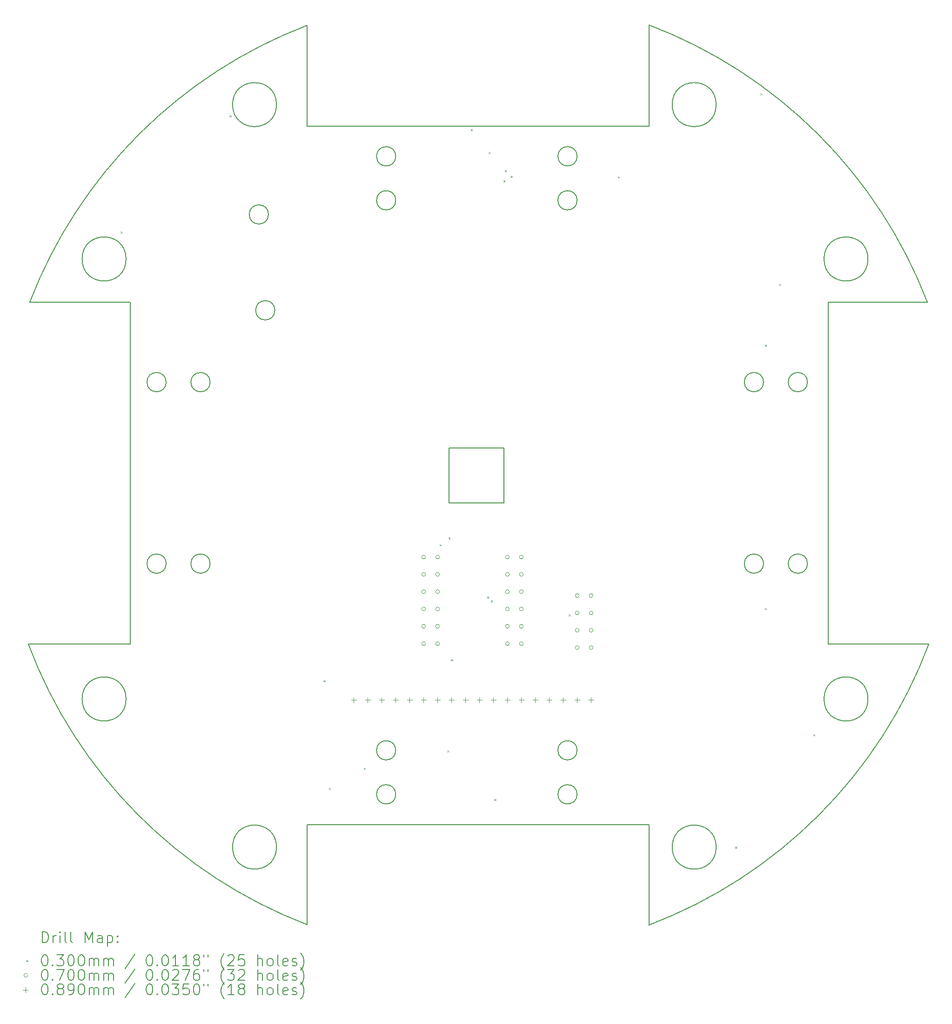
<source format=gbr>
%TF.GenerationSoftware,KiCad,Pcbnew,8.0.5*%
%TF.CreationDate,2024-11-19T19:18:47-05:00*%
%TF.ProjectId,line_sensor_pcb,6c696e65-5f73-4656-9e73-6f725f706362,rev?*%
%TF.SameCoordinates,Original*%
%TF.FileFunction,Drillmap*%
%TF.FilePolarity,Positive*%
%FSLAX45Y45*%
G04 Gerber Fmt 4.5, Leading zero omitted, Abs format (unit mm)*
G04 Created by KiCad (PCBNEW 8.0.5) date 2024-11-19 19:18:47*
%MOMM*%
%LPD*%
G01*
G04 APERTURE LIST*
%ADD10C,0.200000*%
%ADD11C,0.100000*%
G04 APERTURE END LIST*
D10*
X6773178Y-3029700D02*
X6773178Y-1194070D01*
X15875625Y-7681333D02*
G75*
G02*
X15525625Y-7681333I-175000J0D01*
G01*
X15525625Y-7681333D02*
G75*
G02*
X15875625Y-7681333I175000J0D01*
G01*
X3556000Y-12446000D02*
X1698761Y-12446000D01*
X12989478Y-3029700D02*
X6773178Y-3029700D01*
X5005626Y-10981333D02*
G75*
G02*
X4655626Y-10981333I-175000J0D01*
G01*
X4655626Y-10981333D02*
G75*
G02*
X5005626Y-10981333I175000J0D01*
G01*
X10351184Y-9878182D02*
X9351184Y-9878182D01*
X4205626Y-7681333D02*
G75*
G02*
X3855625Y-7681333I-175000J0D01*
G01*
X3855625Y-7681333D02*
G75*
G02*
X4205626Y-7681333I175000J0D01*
G01*
X1723213Y-6229700D02*
G75*
G02*
X6773178Y-1194070I8167058J-3140322D01*
G01*
X16256000Y-12446000D02*
X16256000Y-6229700D01*
X12989478Y-15729700D02*
X12989478Y-17552775D01*
X6213664Y-2635422D02*
G75*
G02*
X5413665Y-2635422I-400000J0D01*
G01*
X5413665Y-2635422D02*
G75*
G02*
X6213664Y-2635422I400000J0D01*
G01*
X6067552Y-4632216D02*
G75*
G02*
X5717552Y-4632216I-175000J0D01*
G01*
X5717552Y-4632216D02*
G75*
G02*
X6067552Y-4632216I175000J0D01*
G01*
X11683500Y-14375438D02*
G75*
G02*
X11333500Y-14375438I-175000J0D01*
G01*
X11333500Y-14375438D02*
G75*
G02*
X11683500Y-14375438I175000J0D01*
G01*
X11683500Y-3575438D02*
G75*
G02*
X11333500Y-3575438I-175000J0D01*
G01*
X11333500Y-3575438D02*
G75*
G02*
X11683500Y-3575438I175000J0D01*
G01*
X6773178Y-17545977D02*
X6773178Y-15729700D01*
X3476008Y-13442045D02*
G75*
G02*
X2676008Y-13442045I-400000J0D01*
G01*
X2676008Y-13442045D02*
G75*
G02*
X3476008Y-13442045I400000J0D01*
G01*
X10351184Y-8878182D02*
X10351184Y-9878182D01*
X14213664Y-2635422D02*
G75*
G02*
X13413664Y-2635422I-400000J0D01*
G01*
X13413664Y-2635422D02*
G75*
G02*
X14213664Y-2635422I400000J0D01*
G01*
X14213664Y-16135422D02*
G75*
G02*
X13413664Y-16135422I-400000J0D01*
G01*
X13413664Y-16135422D02*
G75*
G02*
X14213664Y-16135422I400000J0D01*
G01*
X15075625Y-10981333D02*
G75*
G02*
X14725625Y-10981333I-175000J0D01*
G01*
X14725625Y-10981333D02*
G75*
G02*
X15075625Y-10981333I175000J0D01*
G01*
X16256000Y-6229700D02*
X18057333Y-6229700D01*
X6773178Y-15729700D02*
X12989478Y-15729700D01*
X5005626Y-7681333D02*
G75*
G02*
X4655626Y-7681333I-175000J0D01*
G01*
X4655626Y-7681333D02*
G75*
G02*
X5005626Y-7681333I175000J0D01*
G01*
X18081785Y-12446000D02*
X16256000Y-12446000D01*
X18081785Y-12446000D02*
G75*
G02*
X12989478Y-17552775I-8191512J3075977D01*
G01*
X15875625Y-10981333D02*
G75*
G02*
X15525625Y-10981333I-175000J0D01*
G01*
X15525625Y-10981333D02*
G75*
G02*
X15875625Y-10981333I175000J0D01*
G01*
X12989478Y-1187272D02*
G75*
G02*
X18057333Y-6229700I-3099203J-8182750D01*
G01*
X8383500Y-14375438D02*
G75*
G02*
X8033500Y-14375438I-175000J0D01*
G01*
X8033500Y-14375438D02*
G75*
G02*
X8383500Y-14375438I175000J0D01*
G01*
X8383500Y-3575438D02*
G75*
G02*
X8033500Y-3575438I-175000J0D01*
G01*
X8033500Y-3575438D02*
G75*
G02*
X8383500Y-3575438I175000J0D01*
G01*
X3556000Y-6229700D02*
X3556000Y-12446000D01*
X8383500Y-15175438D02*
G75*
G02*
X8033500Y-15175438I-175000J0D01*
G01*
X8033500Y-15175438D02*
G75*
G02*
X8383500Y-15175438I175000J0D01*
G01*
X6213664Y-16135422D02*
G75*
G02*
X5413665Y-16135422I-400000J0D01*
G01*
X5413665Y-16135422D02*
G75*
G02*
X6213664Y-16135422I400000J0D01*
G01*
X4205626Y-10981333D02*
G75*
G02*
X3855625Y-10981333I-175000J0D01*
G01*
X3855625Y-10981333D02*
G75*
G02*
X4205626Y-10981333I175000J0D01*
G01*
X11683500Y-15175438D02*
G75*
G02*
X11333500Y-15175438I-175000J0D01*
G01*
X11333500Y-15175438D02*
G75*
G02*
X11683500Y-15175438I175000J0D01*
G01*
X12989478Y-1187272D02*
X12989478Y-3029700D01*
X11683500Y-4375438D02*
G75*
G02*
X11333500Y-4375438I-175000J0D01*
G01*
X11333500Y-4375438D02*
G75*
G02*
X11683500Y-4375438I175000J0D01*
G01*
X9351184Y-9878182D02*
X9351184Y-8878182D01*
X16976008Y-13442045D02*
G75*
G02*
X16176008Y-13442045I-400000J0D01*
G01*
X16176008Y-13442045D02*
G75*
G02*
X16976008Y-13442045I400000J0D01*
G01*
X6773178Y-17545977D02*
G75*
G02*
X1698761Y-12446000I3117091J8175950D01*
G01*
X16976008Y-5442045D02*
G75*
G02*
X16176008Y-5442045I-400000J0D01*
G01*
X16176008Y-5442045D02*
G75*
G02*
X16976008Y-5442045I400000J0D01*
G01*
X15075625Y-7681333D02*
G75*
G02*
X14725625Y-7681333I-175000J0D01*
G01*
X14725625Y-7681333D02*
G75*
G02*
X15075625Y-7681333I175000J0D01*
G01*
X6183500Y-6375438D02*
G75*
G02*
X5833500Y-6375438I-175000J0D01*
G01*
X5833500Y-6375438D02*
G75*
G02*
X6183500Y-6375438I175000J0D01*
G01*
X3476008Y-5442045D02*
G75*
G02*
X2676008Y-5442045I-400000J0D01*
G01*
X2676008Y-5442045D02*
G75*
G02*
X3476008Y-5442045I400000J0D01*
G01*
X1723213Y-6229700D02*
X3556000Y-6229700D01*
X8383500Y-4375438D02*
G75*
G02*
X8033500Y-4375438I-175000J0D01*
G01*
X8033500Y-4375438D02*
G75*
G02*
X8383500Y-4375438I175000J0D01*
G01*
X9351184Y-8878182D02*
X10351184Y-8878182D01*
D11*
X3378040Y-4943390D02*
X3408040Y-4973390D01*
X3408040Y-4943390D02*
X3378040Y-4973390D01*
X5356230Y-2830430D02*
X5386230Y-2860430D01*
X5386230Y-2830430D02*
X5356230Y-2860430D01*
X7070810Y-13100920D02*
X7100810Y-13130920D01*
X7100810Y-13100920D02*
X7070810Y-13130920D01*
X7166540Y-15055450D02*
X7196540Y-15085450D01*
X7196540Y-15055450D02*
X7166540Y-15085450D01*
X7802150Y-14694080D02*
X7832150Y-14724080D01*
X7832150Y-14694080D02*
X7802150Y-14724080D01*
X9180830Y-10630190D02*
X9210830Y-10660190D01*
X9210830Y-10630190D02*
X9180830Y-10660190D01*
X9321680Y-14377000D02*
X9351680Y-14407000D01*
X9351680Y-14377000D02*
X9321680Y-14407000D01*
X9339950Y-10507740D02*
X9369950Y-10537740D01*
X9369950Y-10507740D02*
X9339950Y-10537740D01*
X9388980Y-12719490D02*
X9418980Y-12749490D01*
X9418980Y-12719490D02*
X9388980Y-12749490D01*
X9746900Y-3081870D02*
X9776900Y-3111870D01*
X9776900Y-3081870D02*
X9746900Y-3111870D01*
X10043360Y-11581280D02*
X10073360Y-11611280D01*
X10073360Y-11581280D02*
X10043360Y-11611280D01*
X10074990Y-3495050D02*
X10104990Y-3525050D01*
X10104990Y-3495050D02*
X10074990Y-3525050D01*
X10113780Y-11648200D02*
X10143780Y-11678200D01*
X10143780Y-11648200D02*
X10113780Y-11678200D01*
X10173600Y-15261180D02*
X10203600Y-15291180D01*
X10203600Y-15261180D02*
X10173600Y-15291180D01*
X10340390Y-4010620D02*
X10370390Y-4040620D01*
X10370390Y-4010620D02*
X10340390Y-4040620D01*
X10368060Y-3827530D02*
X10398060Y-3857530D01*
X10398060Y-3827530D02*
X10368060Y-3857530D01*
X10471810Y-3932070D02*
X10501810Y-3962070D01*
X10501810Y-3932070D02*
X10471810Y-3962070D01*
X11529770Y-11903190D02*
X11559770Y-11933190D01*
X11559770Y-11903190D02*
X11529770Y-11933190D01*
X12422770Y-3939000D02*
X12452770Y-3969000D01*
X12452770Y-3939000D02*
X12422770Y-3969000D01*
X14557540Y-16127100D02*
X14587540Y-16157100D01*
X14587540Y-16127100D02*
X14557540Y-16157100D01*
X15020450Y-2427270D02*
X15050450Y-2457270D01*
X15050450Y-2427270D02*
X15020450Y-2457270D01*
X15098140Y-7003150D02*
X15128140Y-7033150D01*
X15128140Y-7003150D02*
X15098140Y-7033150D01*
X15098140Y-11789470D02*
X15128140Y-11819470D01*
X15128140Y-11789470D02*
X15098140Y-11819470D01*
X15357260Y-5893380D02*
X15387260Y-5923380D01*
X15387260Y-5893380D02*
X15357260Y-5923380D01*
X15977860Y-14082250D02*
X16007860Y-14112250D01*
X16007860Y-14082250D02*
X15977860Y-14112250D01*
X8925000Y-10861000D02*
G75*
G02*
X8855000Y-10861000I-35000J0D01*
G01*
X8855000Y-10861000D02*
G75*
G02*
X8925000Y-10861000I35000J0D01*
G01*
X8925000Y-11176000D02*
G75*
G02*
X8855000Y-11176000I-35000J0D01*
G01*
X8855000Y-11176000D02*
G75*
G02*
X8925000Y-11176000I35000J0D01*
G01*
X8925000Y-11491000D02*
G75*
G02*
X8855000Y-11491000I-35000J0D01*
G01*
X8855000Y-11491000D02*
G75*
G02*
X8925000Y-11491000I35000J0D01*
G01*
X8925000Y-11806000D02*
G75*
G02*
X8855000Y-11806000I-35000J0D01*
G01*
X8855000Y-11806000D02*
G75*
G02*
X8925000Y-11806000I35000J0D01*
G01*
X8925000Y-12121000D02*
G75*
G02*
X8855000Y-12121000I-35000J0D01*
G01*
X8855000Y-12121000D02*
G75*
G02*
X8925000Y-12121000I35000J0D01*
G01*
X8925000Y-12436000D02*
G75*
G02*
X8855000Y-12436000I-35000J0D01*
G01*
X8855000Y-12436000D02*
G75*
G02*
X8925000Y-12436000I35000J0D01*
G01*
X9179000Y-10861000D02*
G75*
G02*
X9109000Y-10861000I-35000J0D01*
G01*
X9109000Y-10861000D02*
G75*
G02*
X9179000Y-10861000I35000J0D01*
G01*
X9179000Y-11176000D02*
G75*
G02*
X9109000Y-11176000I-35000J0D01*
G01*
X9109000Y-11176000D02*
G75*
G02*
X9179000Y-11176000I35000J0D01*
G01*
X9179000Y-11491000D02*
G75*
G02*
X9109000Y-11491000I-35000J0D01*
G01*
X9109000Y-11491000D02*
G75*
G02*
X9179000Y-11491000I35000J0D01*
G01*
X9179000Y-11806000D02*
G75*
G02*
X9109000Y-11806000I-35000J0D01*
G01*
X9109000Y-11806000D02*
G75*
G02*
X9179000Y-11806000I35000J0D01*
G01*
X9179000Y-12121000D02*
G75*
G02*
X9109000Y-12121000I-35000J0D01*
G01*
X9109000Y-12121000D02*
G75*
G02*
X9179000Y-12121000I35000J0D01*
G01*
X9179000Y-12436000D02*
G75*
G02*
X9109000Y-12436000I-35000J0D01*
G01*
X9109000Y-12436000D02*
G75*
G02*
X9179000Y-12436000I35000J0D01*
G01*
X10449000Y-10861000D02*
G75*
G02*
X10379000Y-10861000I-35000J0D01*
G01*
X10379000Y-10861000D02*
G75*
G02*
X10449000Y-10861000I35000J0D01*
G01*
X10449000Y-11176000D02*
G75*
G02*
X10379000Y-11176000I-35000J0D01*
G01*
X10379000Y-11176000D02*
G75*
G02*
X10449000Y-11176000I35000J0D01*
G01*
X10449000Y-11491000D02*
G75*
G02*
X10379000Y-11491000I-35000J0D01*
G01*
X10379000Y-11491000D02*
G75*
G02*
X10449000Y-11491000I35000J0D01*
G01*
X10449000Y-11806000D02*
G75*
G02*
X10379000Y-11806000I-35000J0D01*
G01*
X10379000Y-11806000D02*
G75*
G02*
X10449000Y-11806000I35000J0D01*
G01*
X10449000Y-12121000D02*
G75*
G02*
X10379000Y-12121000I-35000J0D01*
G01*
X10379000Y-12121000D02*
G75*
G02*
X10449000Y-12121000I35000J0D01*
G01*
X10449000Y-12436000D02*
G75*
G02*
X10379000Y-12436000I-35000J0D01*
G01*
X10379000Y-12436000D02*
G75*
G02*
X10449000Y-12436000I35000J0D01*
G01*
X10703000Y-10861000D02*
G75*
G02*
X10633000Y-10861000I-35000J0D01*
G01*
X10633000Y-10861000D02*
G75*
G02*
X10703000Y-10861000I35000J0D01*
G01*
X10703000Y-11176000D02*
G75*
G02*
X10633000Y-11176000I-35000J0D01*
G01*
X10633000Y-11176000D02*
G75*
G02*
X10703000Y-11176000I35000J0D01*
G01*
X10703000Y-11491000D02*
G75*
G02*
X10633000Y-11491000I-35000J0D01*
G01*
X10633000Y-11491000D02*
G75*
G02*
X10703000Y-11491000I35000J0D01*
G01*
X10703000Y-11806000D02*
G75*
G02*
X10633000Y-11806000I-35000J0D01*
G01*
X10633000Y-11806000D02*
G75*
G02*
X10703000Y-11806000I35000J0D01*
G01*
X10703000Y-12121000D02*
G75*
G02*
X10633000Y-12121000I-35000J0D01*
G01*
X10633000Y-12121000D02*
G75*
G02*
X10703000Y-12121000I35000J0D01*
G01*
X10703000Y-12436000D02*
G75*
G02*
X10633000Y-12436000I-35000J0D01*
G01*
X10633000Y-12436000D02*
G75*
G02*
X10703000Y-12436000I35000J0D01*
G01*
X11719000Y-11562000D02*
G75*
G02*
X11649000Y-11562000I-35000J0D01*
G01*
X11649000Y-11562000D02*
G75*
G02*
X11719000Y-11562000I35000J0D01*
G01*
X11719000Y-11877000D02*
G75*
G02*
X11649000Y-11877000I-35000J0D01*
G01*
X11649000Y-11877000D02*
G75*
G02*
X11719000Y-11877000I35000J0D01*
G01*
X11719000Y-12192000D02*
G75*
G02*
X11649000Y-12192000I-35000J0D01*
G01*
X11649000Y-12192000D02*
G75*
G02*
X11719000Y-12192000I35000J0D01*
G01*
X11719000Y-12507000D02*
G75*
G02*
X11649000Y-12507000I-35000J0D01*
G01*
X11649000Y-12507000D02*
G75*
G02*
X11719000Y-12507000I35000J0D01*
G01*
X11973000Y-11562000D02*
G75*
G02*
X11903000Y-11562000I-35000J0D01*
G01*
X11903000Y-11562000D02*
G75*
G02*
X11973000Y-11562000I35000J0D01*
G01*
X11973000Y-11877000D02*
G75*
G02*
X11903000Y-11877000I-35000J0D01*
G01*
X11903000Y-11877000D02*
G75*
G02*
X11973000Y-11877000I35000J0D01*
G01*
X11973000Y-12192000D02*
G75*
G02*
X11903000Y-12192000I-35000J0D01*
G01*
X11903000Y-12192000D02*
G75*
G02*
X11973000Y-12192000I35000J0D01*
G01*
X11973000Y-12507000D02*
G75*
G02*
X11903000Y-12507000I-35000J0D01*
G01*
X11903000Y-12507000D02*
G75*
G02*
X11973000Y-12507000I35000J0D01*
G01*
X7620000Y-13417500D02*
X7620000Y-13506500D01*
X7575500Y-13462000D02*
X7664500Y-13462000D01*
X7874000Y-13417500D02*
X7874000Y-13506500D01*
X7829500Y-13462000D02*
X7918500Y-13462000D01*
X8128000Y-13417500D02*
X8128000Y-13506500D01*
X8083500Y-13462000D02*
X8172500Y-13462000D01*
X8382000Y-13417500D02*
X8382000Y-13506500D01*
X8337500Y-13462000D02*
X8426500Y-13462000D01*
X8636000Y-13417500D02*
X8636000Y-13506500D01*
X8591500Y-13462000D02*
X8680500Y-13462000D01*
X8890000Y-13417500D02*
X8890000Y-13506500D01*
X8845500Y-13462000D02*
X8934500Y-13462000D01*
X9144000Y-13417500D02*
X9144000Y-13506500D01*
X9099500Y-13462000D02*
X9188500Y-13462000D01*
X9398000Y-13417500D02*
X9398000Y-13506500D01*
X9353500Y-13462000D02*
X9442500Y-13462000D01*
X9652000Y-13417500D02*
X9652000Y-13506500D01*
X9607500Y-13462000D02*
X9696500Y-13462000D01*
X9906000Y-13417500D02*
X9906000Y-13506500D01*
X9861500Y-13462000D02*
X9950500Y-13462000D01*
X10160000Y-13417500D02*
X10160000Y-13506500D01*
X10115500Y-13462000D02*
X10204500Y-13462000D01*
X10414000Y-13417500D02*
X10414000Y-13506500D01*
X10369500Y-13462000D02*
X10458500Y-13462000D01*
X10668000Y-13417500D02*
X10668000Y-13506500D01*
X10623500Y-13462000D02*
X10712500Y-13462000D01*
X10922000Y-13417500D02*
X10922000Y-13506500D01*
X10877500Y-13462000D02*
X10966500Y-13462000D01*
X11176000Y-13417500D02*
X11176000Y-13506500D01*
X11131500Y-13462000D02*
X11220500Y-13462000D01*
X11430000Y-13417500D02*
X11430000Y-13506500D01*
X11385500Y-13462000D02*
X11474500Y-13462000D01*
X11684000Y-13417500D02*
X11684000Y-13506500D01*
X11639500Y-13462000D02*
X11728500Y-13462000D01*
X11938000Y-13417500D02*
X11938000Y-13506500D01*
X11893500Y-13462000D02*
X11982500Y-13462000D01*
D10*
X1949538Y-17874259D02*
X1949538Y-17674259D01*
X1949538Y-17674259D02*
X1997157Y-17674259D01*
X1997157Y-17674259D02*
X2025729Y-17683783D01*
X2025729Y-17683783D02*
X2044776Y-17702830D01*
X2044776Y-17702830D02*
X2054300Y-17721878D01*
X2054300Y-17721878D02*
X2063824Y-17759973D01*
X2063824Y-17759973D02*
X2063824Y-17788545D01*
X2063824Y-17788545D02*
X2054300Y-17826640D01*
X2054300Y-17826640D02*
X2044776Y-17845688D01*
X2044776Y-17845688D02*
X2025729Y-17864735D01*
X2025729Y-17864735D02*
X1997157Y-17874259D01*
X1997157Y-17874259D02*
X1949538Y-17874259D01*
X2149538Y-17874259D02*
X2149538Y-17740926D01*
X2149538Y-17779021D02*
X2159062Y-17759973D01*
X2159062Y-17759973D02*
X2168586Y-17750449D01*
X2168586Y-17750449D02*
X2187633Y-17740926D01*
X2187633Y-17740926D02*
X2206681Y-17740926D01*
X2273348Y-17874259D02*
X2273348Y-17740926D01*
X2273348Y-17674259D02*
X2263824Y-17683783D01*
X2263824Y-17683783D02*
X2273348Y-17693307D01*
X2273348Y-17693307D02*
X2282872Y-17683783D01*
X2282872Y-17683783D02*
X2273348Y-17674259D01*
X2273348Y-17674259D02*
X2273348Y-17693307D01*
X2397157Y-17874259D02*
X2378110Y-17864735D01*
X2378110Y-17864735D02*
X2368586Y-17845688D01*
X2368586Y-17845688D02*
X2368586Y-17674259D01*
X2501919Y-17874259D02*
X2482872Y-17864735D01*
X2482872Y-17864735D02*
X2473348Y-17845688D01*
X2473348Y-17845688D02*
X2473348Y-17674259D01*
X2730491Y-17874259D02*
X2730491Y-17674259D01*
X2730491Y-17674259D02*
X2797157Y-17817116D01*
X2797157Y-17817116D02*
X2863824Y-17674259D01*
X2863824Y-17674259D02*
X2863824Y-17874259D01*
X3044776Y-17874259D02*
X3044776Y-17769497D01*
X3044776Y-17769497D02*
X3035252Y-17750449D01*
X3035252Y-17750449D02*
X3016205Y-17740926D01*
X3016205Y-17740926D02*
X2978110Y-17740926D01*
X2978110Y-17740926D02*
X2959062Y-17750449D01*
X3044776Y-17864735D02*
X3025729Y-17874259D01*
X3025729Y-17874259D02*
X2978110Y-17874259D01*
X2978110Y-17874259D02*
X2959062Y-17864735D01*
X2959062Y-17864735D02*
X2949538Y-17845688D01*
X2949538Y-17845688D02*
X2949538Y-17826640D01*
X2949538Y-17826640D02*
X2959062Y-17807592D01*
X2959062Y-17807592D02*
X2978110Y-17798069D01*
X2978110Y-17798069D02*
X3025729Y-17798069D01*
X3025729Y-17798069D02*
X3044776Y-17788545D01*
X3140014Y-17740926D02*
X3140014Y-17940926D01*
X3140014Y-17750449D02*
X3159062Y-17740926D01*
X3159062Y-17740926D02*
X3197157Y-17740926D01*
X3197157Y-17740926D02*
X3216205Y-17750449D01*
X3216205Y-17750449D02*
X3225729Y-17759973D01*
X3225729Y-17759973D02*
X3235252Y-17779021D01*
X3235252Y-17779021D02*
X3235252Y-17836164D01*
X3235252Y-17836164D02*
X3225729Y-17855211D01*
X3225729Y-17855211D02*
X3216205Y-17864735D01*
X3216205Y-17864735D02*
X3197157Y-17874259D01*
X3197157Y-17874259D02*
X3159062Y-17874259D01*
X3159062Y-17874259D02*
X3140014Y-17864735D01*
X3320967Y-17855211D02*
X3330491Y-17864735D01*
X3330491Y-17864735D02*
X3320967Y-17874259D01*
X3320967Y-17874259D02*
X3311443Y-17864735D01*
X3311443Y-17864735D02*
X3320967Y-17855211D01*
X3320967Y-17855211D02*
X3320967Y-17874259D01*
X3320967Y-17750449D02*
X3330491Y-17759973D01*
X3330491Y-17759973D02*
X3320967Y-17769497D01*
X3320967Y-17769497D02*
X3311443Y-17759973D01*
X3311443Y-17759973D02*
X3320967Y-17750449D01*
X3320967Y-17750449D02*
X3320967Y-17769497D01*
D11*
X1658761Y-18187775D02*
X1688761Y-18217775D01*
X1688761Y-18187775D02*
X1658761Y-18217775D01*
D10*
X1987633Y-18094259D02*
X2006681Y-18094259D01*
X2006681Y-18094259D02*
X2025729Y-18103783D01*
X2025729Y-18103783D02*
X2035252Y-18113307D01*
X2035252Y-18113307D02*
X2044776Y-18132354D01*
X2044776Y-18132354D02*
X2054300Y-18170449D01*
X2054300Y-18170449D02*
X2054300Y-18218069D01*
X2054300Y-18218069D02*
X2044776Y-18256164D01*
X2044776Y-18256164D02*
X2035252Y-18275211D01*
X2035252Y-18275211D02*
X2025729Y-18284735D01*
X2025729Y-18284735D02*
X2006681Y-18294259D01*
X2006681Y-18294259D02*
X1987633Y-18294259D01*
X1987633Y-18294259D02*
X1968586Y-18284735D01*
X1968586Y-18284735D02*
X1959062Y-18275211D01*
X1959062Y-18275211D02*
X1949538Y-18256164D01*
X1949538Y-18256164D02*
X1940014Y-18218069D01*
X1940014Y-18218069D02*
X1940014Y-18170449D01*
X1940014Y-18170449D02*
X1949538Y-18132354D01*
X1949538Y-18132354D02*
X1959062Y-18113307D01*
X1959062Y-18113307D02*
X1968586Y-18103783D01*
X1968586Y-18103783D02*
X1987633Y-18094259D01*
X2140014Y-18275211D02*
X2149538Y-18284735D01*
X2149538Y-18284735D02*
X2140014Y-18294259D01*
X2140014Y-18294259D02*
X2130491Y-18284735D01*
X2130491Y-18284735D02*
X2140014Y-18275211D01*
X2140014Y-18275211D02*
X2140014Y-18294259D01*
X2216205Y-18094259D02*
X2340014Y-18094259D01*
X2340014Y-18094259D02*
X2273348Y-18170449D01*
X2273348Y-18170449D02*
X2301919Y-18170449D01*
X2301919Y-18170449D02*
X2320967Y-18179973D01*
X2320967Y-18179973D02*
X2330491Y-18189497D01*
X2330491Y-18189497D02*
X2340014Y-18208545D01*
X2340014Y-18208545D02*
X2340014Y-18256164D01*
X2340014Y-18256164D02*
X2330491Y-18275211D01*
X2330491Y-18275211D02*
X2320967Y-18284735D01*
X2320967Y-18284735D02*
X2301919Y-18294259D01*
X2301919Y-18294259D02*
X2244776Y-18294259D01*
X2244776Y-18294259D02*
X2225729Y-18284735D01*
X2225729Y-18284735D02*
X2216205Y-18275211D01*
X2463824Y-18094259D02*
X2482872Y-18094259D01*
X2482872Y-18094259D02*
X2501919Y-18103783D01*
X2501919Y-18103783D02*
X2511443Y-18113307D01*
X2511443Y-18113307D02*
X2520967Y-18132354D01*
X2520967Y-18132354D02*
X2530491Y-18170449D01*
X2530491Y-18170449D02*
X2530491Y-18218069D01*
X2530491Y-18218069D02*
X2520967Y-18256164D01*
X2520967Y-18256164D02*
X2511443Y-18275211D01*
X2511443Y-18275211D02*
X2501919Y-18284735D01*
X2501919Y-18284735D02*
X2482872Y-18294259D01*
X2482872Y-18294259D02*
X2463824Y-18294259D01*
X2463824Y-18294259D02*
X2444776Y-18284735D01*
X2444776Y-18284735D02*
X2435253Y-18275211D01*
X2435253Y-18275211D02*
X2425729Y-18256164D01*
X2425729Y-18256164D02*
X2416205Y-18218069D01*
X2416205Y-18218069D02*
X2416205Y-18170449D01*
X2416205Y-18170449D02*
X2425729Y-18132354D01*
X2425729Y-18132354D02*
X2435253Y-18113307D01*
X2435253Y-18113307D02*
X2444776Y-18103783D01*
X2444776Y-18103783D02*
X2463824Y-18094259D01*
X2654300Y-18094259D02*
X2673348Y-18094259D01*
X2673348Y-18094259D02*
X2692395Y-18103783D01*
X2692395Y-18103783D02*
X2701919Y-18113307D01*
X2701919Y-18113307D02*
X2711443Y-18132354D01*
X2711443Y-18132354D02*
X2720967Y-18170449D01*
X2720967Y-18170449D02*
X2720967Y-18218069D01*
X2720967Y-18218069D02*
X2711443Y-18256164D01*
X2711443Y-18256164D02*
X2701919Y-18275211D01*
X2701919Y-18275211D02*
X2692395Y-18284735D01*
X2692395Y-18284735D02*
X2673348Y-18294259D01*
X2673348Y-18294259D02*
X2654300Y-18294259D01*
X2654300Y-18294259D02*
X2635253Y-18284735D01*
X2635253Y-18284735D02*
X2625729Y-18275211D01*
X2625729Y-18275211D02*
X2616205Y-18256164D01*
X2616205Y-18256164D02*
X2606681Y-18218069D01*
X2606681Y-18218069D02*
X2606681Y-18170449D01*
X2606681Y-18170449D02*
X2616205Y-18132354D01*
X2616205Y-18132354D02*
X2625729Y-18113307D01*
X2625729Y-18113307D02*
X2635253Y-18103783D01*
X2635253Y-18103783D02*
X2654300Y-18094259D01*
X2806681Y-18294259D02*
X2806681Y-18160926D01*
X2806681Y-18179973D02*
X2816205Y-18170449D01*
X2816205Y-18170449D02*
X2835252Y-18160926D01*
X2835252Y-18160926D02*
X2863824Y-18160926D01*
X2863824Y-18160926D02*
X2882872Y-18170449D01*
X2882872Y-18170449D02*
X2892395Y-18189497D01*
X2892395Y-18189497D02*
X2892395Y-18294259D01*
X2892395Y-18189497D02*
X2901919Y-18170449D01*
X2901919Y-18170449D02*
X2920967Y-18160926D01*
X2920967Y-18160926D02*
X2949538Y-18160926D01*
X2949538Y-18160926D02*
X2968586Y-18170449D01*
X2968586Y-18170449D02*
X2978110Y-18189497D01*
X2978110Y-18189497D02*
X2978110Y-18294259D01*
X3073348Y-18294259D02*
X3073348Y-18160926D01*
X3073348Y-18179973D02*
X3082872Y-18170449D01*
X3082872Y-18170449D02*
X3101919Y-18160926D01*
X3101919Y-18160926D02*
X3130491Y-18160926D01*
X3130491Y-18160926D02*
X3149538Y-18170449D01*
X3149538Y-18170449D02*
X3159062Y-18189497D01*
X3159062Y-18189497D02*
X3159062Y-18294259D01*
X3159062Y-18189497D02*
X3168586Y-18170449D01*
X3168586Y-18170449D02*
X3187633Y-18160926D01*
X3187633Y-18160926D02*
X3216205Y-18160926D01*
X3216205Y-18160926D02*
X3235253Y-18170449D01*
X3235253Y-18170449D02*
X3244776Y-18189497D01*
X3244776Y-18189497D02*
X3244776Y-18294259D01*
X3635253Y-18084735D02*
X3463824Y-18341878D01*
X3892395Y-18094259D02*
X3911443Y-18094259D01*
X3911443Y-18094259D02*
X3930491Y-18103783D01*
X3930491Y-18103783D02*
X3940015Y-18113307D01*
X3940015Y-18113307D02*
X3949538Y-18132354D01*
X3949538Y-18132354D02*
X3959062Y-18170449D01*
X3959062Y-18170449D02*
X3959062Y-18218069D01*
X3959062Y-18218069D02*
X3949538Y-18256164D01*
X3949538Y-18256164D02*
X3940015Y-18275211D01*
X3940015Y-18275211D02*
X3930491Y-18284735D01*
X3930491Y-18284735D02*
X3911443Y-18294259D01*
X3911443Y-18294259D02*
X3892395Y-18294259D01*
X3892395Y-18294259D02*
X3873348Y-18284735D01*
X3873348Y-18284735D02*
X3863824Y-18275211D01*
X3863824Y-18275211D02*
X3854300Y-18256164D01*
X3854300Y-18256164D02*
X3844776Y-18218069D01*
X3844776Y-18218069D02*
X3844776Y-18170449D01*
X3844776Y-18170449D02*
X3854300Y-18132354D01*
X3854300Y-18132354D02*
X3863824Y-18113307D01*
X3863824Y-18113307D02*
X3873348Y-18103783D01*
X3873348Y-18103783D02*
X3892395Y-18094259D01*
X4044776Y-18275211D02*
X4054300Y-18284735D01*
X4054300Y-18284735D02*
X4044776Y-18294259D01*
X4044776Y-18294259D02*
X4035253Y-18284735D01*
X4035253Y-18284735D02*
X4044776Y-18275211D01*
X4044776Y-18275211D02*
X4044776Y-18294259D01*
X4178110Y-18094259D02*
X4197158Y-18094259D01*
X4197158Y-18094259D02*
X4216205Y-18103783D01*
X4216205Y-18103783D02*
X4225729Y-18113307D01*
X4225729Y-18113307D02*
X4235253Y-18132354D01*
X4235253Y-18132354D02*
X4244777Y-18170449D01*
X4244777Y-18170449D02*
X4244777Y-18218069D01*
X4244777Y-18218069D02*
X4235253Y-18256164D01*
X4235253Y-18256164D02*
X4225729Y-18275211D01*
X4225729Y-18275211D02*
X4216205Y-18284735D01*
X4216205Y-18284735D02*
X4197158Y-18294259D01*
X4197158Y-18294259D02*
X4178110Y-18294259D01*
X4178110Y-18294259D02*
X4159062Y-18284735D01*
X4159062Y-18284735D02*
X4149538Y-18275211D01*
X4149538Y-18275211D02*
X4140015Y-18256164D01*
X4140015Y-18256164D02*
X4130491Y-18218069D01*
X4130491Y-18218069D02*
X4130491Y-18170449D01*
X4130491Y-18170449D02*
X4140015Y-18132354D01*
X4140015Y-18132354D02*
X4149538Y-18113307D01*
X4149538Y-18113307D02*
X4159062Y-18103783D01*
X4159062Y-18103783D02*
X4178110Y-18094259D01*
X4435253Y-18294259D02*
X4320967Y-18294259D01*
X4378110Y-18294259D02*
X4378110Y-18094259D01*
X4378110Y-18094259D02*
X4359062Y-18122830D01*
X4359062Y-18122830D02*
X4340015Y-18141878D01*
X4340015Y-18141878D02*
X4320967Y-18151402D01*
X4625729Y-18294259D02*
X4511443Y-18294259D01*
X4568586Y-18294259D02*
X4568586Y-18094259D01*
X4568586Y-18094259D02*
X4549538Y-18122830D01*
X4549538Y-18122830D02*
X4530491Y-18141878D01*
X4530491Y-18141878D02*
X4511443Y-18151402D01*
X4740015Y-18179973D02*
X4720967Y-18170449D01*
X4720967Y-18170449D02*
X4711443Y-18160926D01*
X4711443Y-18160926D02*
X4701919Y-18141878D01*
X4701919Y-18141878D02*
X4701919Y-18132354D01*
X4701919Y-18132354D02*
X4711443Y-18113307D01*
X4711443Y-18113307D02*
X4720967Y-18103783D01*
X4720967Y-18103783D02*
X4740015Y-18094259D01*
X4740015Y-18094259D02*
X4778110Y-18094259D01*
X4778110Y-18094259D02*
X4797158Y-18103783D01*
X4797158Y-18103783D02*
X4806681Y-18113307D01*
X4806681Y-18113307D02*
X4816205Y-18132354D01*
X4816205Y-18132354D02*
X4816205Y-18141878D01*
X4816205Y-18141878D02*
X4806681Y-18160926D01*
X4806681Y-18160926D02*
X4797158Y-18170449D01*
X4797158Y-18170449D02*
X4778110Y-18179973D01*
X4778110Y-18179973D02*
X4740015Y-18179973D01*
X4740015Y-18179973D02*
X4720967Y-18189497D01*
X4720967Y-18189497D02*
X4711443Y-18199021D01*
X4711443Y-18199021D02*
X4701919Y-18218069D01*
X4701919Y-18218069D02*
X4701919Y-18256164D01*
X4701919Y-18256164D02*
X4711443Y-18275211D01*
X4711443Y-18275211D02*
X4720967Y-18284735D01*
X4720967Y-18284735D02*
X4740015Y-18294259D01*
X4740015Y-18294259D02*
X4778110Y-18294259D01*
X4778110Y-18294259D02*
X4797158Y-18284735D01*
X4797158Y-18284735D02*
X4806681Y-18275211D01*
X4806681Y-18275211D02*
X4816205Y-18256164D01*
X4816205Y-18256164D02*
X4816205Y-18218069D01*
X4816205Y-18218069D02*
X4806681Y-18199021D01*
X4806681Y-18199021D02*
X4797158Y-18189497D01*
X4797158Y-18189497D02*
X4778110Y-18179973D01*
X4892396Y-18094259D02*
X4892396Y-18132354D01*
X4968586Y-18094259D02*
X4968586Y-18132354D01*
X5263824Y-18370449D02*
X5254300Y-18360926D01*
X5254300Y-18360926D02*
X5235253Y-18332354D01*
X5235253Y-18332354D02*
X5225729Y-18313307D01*
X5225729Y-18313307D02*
X5216205Y-18284735D01*
X5216205Y-18284735D02*
X5206681Y-18237116D01*
X5206681Y-18237116D02*
X5206681Y-18199021D01*
X5206681Y-18199021D02*
X5216205Y-18151402D01*
X5216205Y-18151402D02*
X5225729Y-18122830D01*
X5225729Y-18122830D02*
X5235253Y-18103783D01*
X5235253Y-18103783D02*
X5254300Y-18075211D01*
X5254300Y-18075211D02*
X5263824Y-18065688D01*
X5330491Y-18113307D02*
X5340015Y-18103783D01*
X5340015Y-18103783D02*
X5359062Y-18094259D01*
X5359062Y-18094259D02*
X5406681Y-18094259D01*
X5406681Y-18094259D02*
X5425729Y-18103783D01*
X5425729Y-18103783D02*
X5435253Y-18113307D01*
X5435253Y-18113307D02*
X5444777Y-18132354D01*
X5444777Y-18132354D02*
X5444777Y-18151402D01*
X5444777Y-18151402D02*
X5435253Y-18179973D01*
X5435253Y-18179973D02*
X5320967Y-18294259D01*
X5320967Y-18294259D02*
X5444777Y-18294259D01*
X5625729Y-18094259D02*
X5530491Y-18094259D01*
X5530491Y-18094259D02*
X5520967Y-18189497D01*
X5520967Y-18189497D02*
X5530491Y-18179973D01*
X5530491Y-18179973D02*
X5549539Y-18170449D01*
X5549539Y-18170449D02*
X5597158Y-18170449D01*
X5597158Y-18170449D02*
X5616205Y-18179973D01*
X5616205Y-18179973D02*
X5625729Y-18189497D01*
X5625729Y-18189497D02*
X5635253Y-18208545D01*
X5635253Y-18208545D02*
X5635253Y-18256164D01*
X5635253Y-18256164D02*
X5625729Y-18275211D01*
X5625729Y-18275211D02*
X5616205Y-18284735D01*
X5616205Y-18284735D02*
X5597158Y-18294259D01*
X5597158Y-18294259D02*
X5549539Y-18294259D01*
X5549539Y-18294259D02*
X5530491Y-18284735D01*
X5530491Y-18284735D02*
X5520967Y-18275211D01*
X5873348Y-18294259D02*
X5873348Y-18094259D01*
X5959062Y-18294259D02*
X5959062Y-18189497D01*
X5959062Y-18189497D02*
X5949539Y-18170449D01*
X5949539Y-18170449D02*
X5930491Y-18160926D01*
X5930491Y-18160926D02*
X5901919Y-18160926D01*
X5901919Y-18160926D02*
X5882872Y-18170449D01*
X5882872Y-18170449D02*
X5873348Y-18179973D01*
X6082872Y-18294259D02*
X6063824Y-18284735D01*
X6063824Y-18284735D02*
X6054300Y-18275211D01*
X6054300Y-18275211D02*
X6044777Y-18256164D01*
X6044777Y-18256164D02*
X6044777Y-18199021D01*
X6044777Y-18199021D02*
X6054300Y-18179973D01*
X6054300Y-18179973D02*
X6063824Y-18170449D01*
X6063824Y-18170449D02*
X6082872Y-18160926D01*
X6082872Y-18160926D02*
X6111443Y-18160926D01*
X6111443Y-18160926D02*
X6130491Y-18170449D01*
X6130491Y-18170449D02*
X6140015Y-18179973D01*
X6140015Y-18179973D02*
X6149539Y-18199021D01*
X6149539Y-18199021D02*
X6149539Y-18256164D01*
X6149539Y-18256164D02*
X6140015Y-18275211D01*
X6140015Y-18275211D02*
X6130491Y-18284735D01*
X6130491Y-18284735D02*
X6111443Y-18294259D01*
X6111443Y-18294259D02*
X6082872Y-18294259D01*
X6263824Y-18294259D02*
X6244777Y-18284735D01*
X6244777Y-18284735D02*
X6235253Y-18265688D01*
X6235253Y-18265688D02*
X6235253Y-18094259D01*
X6416205Y-18284735D02*
X6397158Y-18294259D01*
X6397158Y-18294259D02*
X6359062Y-18294259D01*
X6359062Y-18294259D02*
X6340015Y-18284735D01*
X6340015Y-18284735D02*
X6330491Y-18265688D01*
X6330491Y-18265688D02*
X6330491Y-18189497D01*
X6330491Y-18189497D02*
X6340015Y-18170449D01*
X6340015Y-18170449D02*
X6359062Y-18160926D01*
X6359062Y-18160926D02*
X6397158Y-18160926D01*
X6397158Y-18160926D02*
X6416205Y-18170449D01*
X6416205Y-18170449D02*
X6425729Y-18189497D01*
X6425729Y-18189497D02*
X6425729Y-18208545D01*
X6425729Y-18208545D02*
X6330491Y-18227592D01*
X6501920Y-18284735D02*
X6520967Y-18294259D01*
X6520967Y-18294259D02*
X6559062Y-18294259D01*
X6559062Y-18294259D02*
X6578110Y-18284735D01*
X6578110Y-18284735D02*
X6587634Y-18265688D01*
X6587634Y-18265688D02*
X6587634Y-18256164D01*
X6587634Y-18256164D02*
X6578110Y-18237116D01*
X6578110Y-18237116D02*
X6559062Y-18227592D01*
X6559062Y-18227592D02*
X6530491Y-18227592D01*
X6530491Y-18227592D02*
X6511443Y-18218069D01*
X6511443Y-18218069D02*
X6501920Y-18199021D01*
X6501920Y-18199021D02*
X6501920Y-18189497D01*
X6501920Y-18189497D02*
X6511443Y-18170449D01*
X6511443Y-18170449D02*
X6530491Y-18160926D01*
X6530491Y-18160926D02*
X6559062Y-18160926D01*
X6559062Y-18160926D02*
X6578110Y-18170449D01*
X6654301Y-18370449D02*
X6663824Y-18360926D01*
X6663824Y-18360926D02*
X6682872Y-18332354D01*
X6682872Y-18332354D02*
X6692396Y-18313307D01*
X6692396Y-18313307D02*
X6701920Y-18284735D01*
X6701920Y-18284735D02*
X6711443Y-18237116D01*
X6711443Y-18237116D02*
X6711443Y-18199021D01*
X6711443Y-18199021D02*
X6701920Y-18151402D01*
X6701920Y-18151402D02*
X6692396Y-18122830D01*
X6692396Y-18122830D02*
X6682872Y-18103783D01*
X6682872Y-18103783D02*
X6663824Y-18075211D01*
X6663824Y-18075211D02*
X6654301Y-18065688D01*
D11*
X1688761Y-18466775D02*
G75*
G02*
X1618761Y-18466775I-35000J0D01*
G01*
X1618761Y-18466775D02*
G75*
G02*
X1688761Y-18466775I35000J0D01*
G01*
D10*
X1987633Y-18358259D02*
X2006681Y-18358259D01*
X2006681Y-18358259D02*
X2025729Y-18367783D01*
X2025729Y-18367783D02*
X2035252Y-18377307D01*
X2035252Y-18377307D02*
X2044776Y-18396354D01*
X2044776Y-18396354D02*
X2054300Y-18434449D01*
X2054300Y-18434449D02*
X2054300Y-18482069D01*
X2054300Y-18482069D02*
X2044776Y-18520164D01*
X2044776Y-18520164D02*
X2035252Y-18539211D01*
X2035252Y-18539211D02*
X2025729Y-18548735D01*
X2025729Y-18548735D02*
X2006681Y-18558259D01*
X2006681Y-18558259D02*
X1987633Y-18558259D01*
X1987633Y-18558259D02*
X1968586Y-18548735D01*
X1968586Y-18548735D02*
X1959062Y-18539211D01*
X1959062Y-18539211D02*
X1949538Y-18520164D01*
X1949538Y-18520164D02*
X1940014Y-18482069D01*
X1940014Y-18482069D02*
X1940014Y-18434449D01*
X1940014Y-18434449D02*
X1949538Y-18396354D01*
X1949538Y-18396354D02*
X1959062Y-18377307D01*
X1959062Y-18377307D02*
X1968586Y-18367783D01*
X1968586Y-18367783D02*
X1987633Y-18358259D01*
X2140014Y-18539211D02*
X2149538Y-18548735D01*
X2149538Y-18548735D02*
X2140014Y-18558259D01*
X2140014Y-18558259D02*
X2130491Y-18548735D01*
X2130491Y-18548735D02*
X2140014Y-18539211D01*
X2140014Y-18539211D02*
X2140014Y-18558259D01*
X2216205Y-18358259D02*
X2349538Y-18358259D01*
X2349538Y-18358259D02*
X2263824Y-18558259D01*
X2463824Y-18358259D02*
X2482872Y-18358259D01*
X2482872Y-18358259D02*
X2501919Y-18367783D01*
X2501919Y-18367783D02*
X2511443Y-18377307D01*
X2511443Y-18377307D02*
X2520967Y-18396354D01*
X2520967Y-18396354D02*
X2530491Y-18434449D01*
X2530491Y-18434449D02*
X2530491Y-18482069D01*
X2530491Y-18482069D02*
X2520967Y-18520164D01*
X2520967Y-18520164D02*
X2511443Y-18539211D01*
X2511443Y-18539211D02*
X2501919Y-18548735D01*
X2501919Y-18548735D02*
X2482872Y-18558259D01*
X2482872Y-18558259D02*
X2463824Y-18558259D01*
X2463824Y-18558259D02*
X2444776Y-18548735D01*
X2444776Y-18548735D02*
X2435253Y-18539211D01*
X2435253Y-18539211D02*
X2425729Y-18520164D01*
X2425729Y-18520164D02*
X2416205Y-18482069D01*
X2416205Y-18482069D02*
X2416205Y-18434449D01*
X2416205Y-18434449D02*
X2425729Y-18396354D01*
X2425729Y-18396354D02*
X2435253Y-18377307D01*
X2435253Y-18377307D02*
X2444776Y-18367783D01*
X2444776Y-18367783D02*
X2463824Y-18358259D01*
X2654300Y-18358259D02*
X2673348Y-18358259D01*
X2673348Y-18358259D02*
X2692395Y-18367783D01*
X2692395Y-18367783D02*
X2701919Y-18377307D01*
X2701919Y-18377307D02*
X2711443Y-18396354D01*
X2711443Y-18396354D02*
X2720967Y-18434449D01*
X2720967Y-18434449D02*
X2720967Y-18482069D01*
X2720967Y-18482069D02*
X2711443Y-18520164D01*
X2711443Y-18520164D02*
X2701919Y-18539211D01*
X2701919Y-18539211D02*
X2692395Y-18548735D01*
X2692395Y-18548735D02*
X2673348Y-18558259D01*
X2673348Y-18558259D02*
X2654300Y-18558259D01*
X2654300Y-18558259D02*
X2635253Y-18548735D01*
X2635253Y-18548735D02*
X2625729Y-18539211D01*
X2625729Y-18539211D02*
X2616205Y-18520164D01*
X2616205Y-18520164D02*
X2606681Y-18482069D01*
X2606681Y-18482069D02*
X2606681Y-18434449D01*
X2606681Y-18434449D02*
X2616205Y-18396354D01*
X2616205Y-18396354D02*
X2625729Y-18377307D01*
X2625729Y-18377307D02*
X2635253Y-18367783D01*
X2635253Y-18367783D02*
X2654300Y-18358259D01*
X2806681Y-18558259D02*
X2806681Y-18424926D01*
X2806681Y-18443973D02*
X2816205Y-18434449D01*
X2816205Y-18434449D02*
X2835252Y-18424926D01*
X2835252Y-18424926D02*
X2863824Y-18424926D01*
X2863824Y-18424926D02*
X2882872Y-18434449D01*
X2882872Y-18434449D02*
X2892395Y-18453497D01*
X2892395Y-18453497D02*
X2892395Y-18558259D01*
X2892395Y-18453497D02*
X2901919Y-18434449D01*
X2901919Y-18434449D02*
X2920967Y-18424926D01*
X2920967Y-18424926D02*
X2949538Y-18424926D01*
X2949538Y-18424926D02*
X2968586Y-18434449D01*
X2968586Y-18434449D02*
X2978110Y-18453497D01*
X2978110Y-18453497D02*
X2978110Y-18558259D01*
X3073348Y-18558259D02*
X3073348Y-18424926D01*
X3073348Y-18443973D02*
X3082872Y-18434449D01*
X3082872Y-18434449D02*
X3101919Y-18424926D01*
X3101919Y-18424926D02*
X3130491Y-18424926D01*
X3130491Y-18424926D02*
X3149538Y-18434449D01*
X3149538Y-18434449D02*
X3159062Y-18453497D01*
X3159062Y-18453497D02*
X3159062Y-18558259D01*
X3159062Y-18453497D02*
X3168586Y-18434449D01*
X3168586Y-18434449D02*
X3187633Y-18424926D01*
X3187633Y-18424926D02*
X3216205Y-18424926D01*
X3216205Y-18424926D02*
X3235253Y-18434449D01*
X3235253Y-18434449D02*
X3244776Y-18453497D01*
X3244776Y-18453497D02*
X3244776Y-18558259D01*
X3635253Y-18348735D02*
X3463824Y-18605878D01*
X3892395Y-18358259D02*
X3911443Y-18358259D01*
X3911443Y-18358259D02*
X3930491Y-18367783D01*
X3930491Y-18367783D02*
X3940015Y-18377307D01*
X3940015Y-18377307D02*
X3949538Y-18396354D01*
X3949538Y-18396354D02*
X3959062Y-18434449D01*
X3959062Y-18434449D02*
X3959062Y-18482069D01*
X3959062Y-18482069D02*
X3949538Y-18520164D01*
X3949538Y-18520164D02*
X3940015Y-18539211D01*
X3940015Y-18539211D02*
X3930491Y-18548735D01*
X3930491Y-18548735D02*
X3911443Y-18558259D01*
X3911443Y-18558259D02*
X3892395Y-18558259D01*
X3892395Y-18558259D02*
X3873348Y-18548735D01*
X3873348Y-18548735D02*
X3863824Y-18539211D01*
X3863824Y-18539211D02*
X3854300Y-18520164D01*
X3854300Y-18520164D02*
X3844776Y-18482069D01*
X3844776Y-18482069D02*
X3844776Y-18434449D01*
X3844776Y-18434449D02*
X3854300Y-18396354D01*
X3854300Y-18396354D02*
X3863824Y-18377307D01*
X3863824Y-18377307D02*
X3873348Y-18367783D01*
X3873348Y-18367783D02*
X3892395Y-18358259D01*
X4044776Y-18539211D02*
X4054300Y-18548735D01*
X4054300Y-18548735D02*
X4044776Y-18558259D01*
X4044776Y-18558259D02*
X4035253Y-18548735D01*
X4035253Y-18548735D02*
X4044776Y-18539211D01*
X4044776Y-18539211D02*
X4044776Y-18558259D01*
X4178110Y-18358259D02*
X4197158Y-18358259D01*
X4197158Y-18358259D02*
X4216205Y-18367783D01*
X4216205Y-18367783D02*
X4225729Y-18377307D01*
X4225729Y-18377307D02*
X4235253Y-18396354D01*
X4235253Y-18396354D02*
X4244777Y-18434449D01*
X4244777Y-18434449D02*
X4244777Y-18482069D01*
X4244777Y-18482069D02*
X4235253Y-18520164D01*
X4235253Y-18520164D02*
X4225729Y-18539211D01*
X4225729Y-18539211D02*
X4216205Y-18548735D01*
X4216205Y-18548735D02*
X4197158Y-18558259D01*
X4197158Y-18558259D02*
X4178110Y-18558259D01*
X4178110Y-18558259D02*
X4159062Y-18548735D01*
X4159062Y-18548735D02*
X4149538Y-18539211D01*
X4149538Y-18539211D02*
X4140015Y-18520164D01*
X4140015Y-18520164D02*
X4130491Y-18482069D01*
X4130491Y-18482069D02*
X4130491Y-18434449D01*
X4130491Y-18434449D02*
X4140015Y-18396354D01*
X4140015Y-18396354D02*
X4149538Y-18377307D01*
X4149538Y-18377307D02*
X4159062Y-18367783D01*
X4159062Y-18367783D02*
X4178110Y-18358259D01*
X4320967Y-18377307D02*
X4330491Y-18367783D01*
X4330491Y-18367783D02*
X4349538Y-18358259D01*
X4349538Y-18358259D02*
X4397158Y-18358259D01*
X4397158Y-18358259D02*
X4416205Y-18367783D01*
X4416205Y-18367783D02*
X4425729Y-18377307D01*
X4425729Y-18377307D02*
X4435253Y-18396354D01*
X4435253Y-18396354D02*
X4435253Y-18415402D01*
X4435253Y-18415402D02*
X4425729Y-18443973D01*
X4425729Y-18443973D02*
X4311443Y-18558259D01*
X4311443Y-18558259D02*
X4435253Y-18558259D01*
X4501919Y-18358259D02*
X4635253Y-18358259D01*
X4635253Y-18358259D02*
X4549538Y-18558259D01*
X4797158Y-18358259D02*
X4759062Y-18358259D01*
X4759062Y-18358259D02*
X4740015Y-18367783D01*
X4740015Y-18367783D02*
X4730491Y-18377307D01*
X4730491Y-18377307D02*
X4711443Y-18405878D01*
X4711443Y-18405878D02*
X4701919Y-18443973D01*
X4701919Y-18443973D02*
X4701919Y-18520164D01*
X4701919Y-18520164D02*
X4711443Y-18539211D01*
X4711443Y-18539211D02*
X4720967Y-18548735D01*
X4720967Y-18548735D02*
X4740015Y-18558259D01*
X4740015Y-18558259D02*
X4778110Y-18558259D01*
X4778110Y-18558259D02*
X4797158Y-18548735D01*
X4797158Y-18548735D02*
X4806681Y-18539211D01*
X4806681Y-18539211D02*
X4816205Y-18520164D01*
X4816205Y-18520164D02*
X4816205Y-18472545D01*
X4816205Y-18472545D02*
X4806681Y-18453497D01*
X4806681Y-18453497D02*
X4797158Y-18443973D01*
X4797158Y-18443973D02*
X4778110Y-18434449D01*
X4778110Y-18434449D02*
X4740015Y-18434449D01*
X4740015Y-18434449D02*
X4720967Y-18443973D01*
X4720967Y-18443973D02*
X4711443Y-18453497D01*
X4711443Y-18453497D02*
X4701919Y-18472545D01*
X4892396Y-18358259D02*
X4892396Y-18396354D01*
X4968586Y-18358259D02*
X4968586Y-18396354D01*
X5263824Y-18634449D02*
X5254300Y-18624926D01*
X5254300Y-18624926D02*
X5235253Y-18596354D01*
X5235253Y-18596354D02*
X5225729Y-18577307D01*
X5225729Y-18577307D02*
X5216205Y-18548735D01*
X5216205Y-18548735D02*
X5206681Y-18501116D01*
X5206681Y-18501116D02*
X5206681Y-18463021D01*
X5206681Y-18463021D02*
X5216205Y-18415402D01*
X5216205Y-18415402D02*
X5225729Y-18386830D01*
X5225729Y-18386830D02*
X5235253Y-18367783D01*
X5235253Y-18367783D02*
X5254300Y-18339211D01*
X5254300Y-18339211D02*
X5263824Y-18329688D01*
X5320967Y-18358259D02*
X5444777Y-18358259D01*
X5444777Y-18358259D02*
X5378110Y-18434449D01*
X5378110Y-18434449D02*
X5406681Y-18434449D01*
X5406681Y-18434449D02*
X5425729Y-18443973D01*
X5425729Y-18443973D02*
X5435253Y-18453497D01*
X5435253Y-18453497D02*
X5444777Y-18472545D01*
X5444777Y-18472545D02*
X5444777Y-18520164D01*
X5444777Y-18520164D02*
X5435253Y-18539211D01*
X5435253Y-18539211D02*
X5425729Y-18548735D01*
X5425729Y-18548735D02*
X5406681Y-18558259D01*
X5406681Y-18558259D02*
X5349539Y-18558259D01*
X5349539Y-18558259D02*
X5330491Y-18548735D01*
X5330491Y-18548735D02*
X5320967Y-18539211D01*
X5520967Y-18377307D02*
X5530491Y-18367783D01*
X5530491Y-18367783D02*
X5549539Y-18358259D01*
X5549539Y-18358259D02*
X5597158Y-18358259D01*
X5597158Y-18358259D02*
X5616205Y-18367783D01*
X5616205Y-18367783D02*
X5625729Y-18377307D01*
X5625729Y-18377307D02*
X5635253Y-18396354D01*
X5635253Y-18396354D02*
X5635253Y-18415402D01*
X5635253Y-18415402D02*
X5625729Y-18443973D01*
X5625729Y-18443973D02*
X5511443Y-18558259D01*
X5511443Y-18558259D02*
X5635253Y-18558259D01*
X5873348Y-18558259D02*
X5873348Y-18358259D01*
X5959062Y-18558259D02*
X5959062Y-18453497D01*
X5959062Y-18453497D02*
X5949539Y-18434449D01*
X5949539Y-18434449D02*
X5930491Y-18424926D01*
X5930491Y-18424926D02*
X5901919Y-18424926D01*
X5901919Y-18424926D02*
X5882872Y-18434449D01*
X5882872Y-18434449D02*
X5873348Y-18443973D01*
X6082872Y-18558259D02*
X6063824Y-18548735D01*
X6063824Y-18548735D02*
X6054300Y-18539211D01*
X6054300Y-18539211D02*
X6044777Y-18520164D01*
X6044777Y-18520164D02*
X6044777Y-18463021D01*
X6044777Y-18463021D02*
X6054300Y-18443973D01*
X6054300Y-18443973D02*
X6063824Y-18434449D01*
X6063824Y-18434449D02*
X6082872Y-18424926D01*
X6082872Y-18424926D02*
X6111443Y-18424926D01*
X6111443Y-18424926D02*
X6130491Y-18434449D01*
X6130491Y-18434449D02*
X6140015Y-18443973D01*
X6140015Y-18443973D02*
X6149539Y-18463021D01*
X6149539Y-18463021D02*
X6149539Y-18520164D01*
X6149539Y-18520164D02*
X6140015Y-18539211D01*
X6140015Y-18539211D02*
X6130491Y-18548735D01*
X6130491Y-18548735D02*
X6111443Y-18558259D01*
X6111443Y-18558259D02*
X6082872Y-18558259D01*
X6263824Y-18558259D02*
X6244777Y-18548735D01*
X6244777Y-18548735D02*
X6235253Y-18529688D01*
X6235253Y-18529688D02*
X6235253Y-18358259D01*
X6416205Y-18548735D02*
X6397158Y-18558259D01*
X6397158Y-18558259D02*
X6359062Y-18558259D01*
X6359062Y-18558259D02*
X6340015Y-18548735D01*
X6340015Y-18548735D02*
X6330491Y-18529688D01*
X6330491Y-18529688D02*
X6330491Y-18453497D01*
X6330491Y-18453497D02*
X6340015Y-18434449D01*
X6340015Y-18434449D02*
X6359062Y-18424926D01*
X6359062Y-18424926D02*
X6397158Y-18424926D01*
X6397158Y-18424926D02*
X6416205Y-18434449D01*
X6416205Y-18434449D02*
X6425729Y-18453497D01*
X6425729Y-18453497D02*
X6425729Y-18472545D01*
X6425729Y-18472545D02*
X6330491Y-18491592D01*
X6501920Y-18548735D02*
X6520967Y-18558259D01*
X6520967Y-18558259D02*
X6559062Y-18558259D01*
X6559062Y-18558259D02*
X6578110Y-18548735D01*
X6578110Y-18548735D02*
X6587634Y-18529688D01*
X6587634Y-18529688D02*
X6587634Y-18520164D01*
X6587634Y-18520164D02*
X6578110Y-18501116D01*
X6578110Y-18501116D02*
X6559062Y-18491592D01*
X6559062Y-18491592D02*
X6530491Y-18491592D01*
X6530491Y-18491592D02*
X6511443Y-18482069D01*
X6511443Y-18482069D02*
X6501920Y-18463021D01*
X6501920Y-18463021D02*
X6501920Y-18453497D01*
X6501920Y-18453497D02*
X6511443Y-18434449D01*
X6511443Y-18434449D02*
X6530491Y-18424926D01*
X6530491Y-18424926D02*
X6559062Y-18424926D01*
X6559062Y-18424926D02*
X6578110Y-18434449D01*
X6654301Y-18634449D02*
X6663824Y-18624926D01*
X6663824Y-18624926D02*
X6682872Y-18596354D01*
X6682872Y-18596354D02*
X6692396Y-18577307D01*
X6692396Y-18577307D02*
X6701920Y-18548735D01*
X6701920Y-18548735D02*
X6711443Y-18501116D01*
X6711443Y-18501116D02*
X6711443Y-18463021D01*
X6711443Y-18463021D02*
X6701920Y-18415402D01*
X6701920Y-18415402D02*
X6692396Y-18386830D01*
X6692396Y-18386830D02*
X6682872Y-18367783D01*
X6682872Y-18367783D02*
X6663824Y-18339211D01*
X6663824Y-18339211D02*
X6654301Y-18329688D01*
D11*
X1644261Y-18686275D02*
X1644261Y-18775275D01*
X1599761Y-18730775D02*
X1688761Y-18730775D01*
D10*
X1987633Y-18622259D02*
X2006681Y-18622259D01*
X2006681Y-18622259D02*
X2025729Y-18631783D01*
X2025729Y-18631783D02*
X2035252Y-18641307D01*
X2035252Y-18641307D02*
X2044776Y-18660354D01*
X2044776Y-18660354D02*
X2054300Y-18698449D01*
X2054300Y-18698449D02*
X2054300Y-18746069D01*
X2054300Y-18746069D02*
X2044776Y-18784164D01*
X2044776Y-18784164D02*
X2035252Y-18803211D01*
X2035252Y-18803211D02*
X2025729Y-18812735D01*
X2025729Y-18812735D02*
X2006681Y-18822259D01*
X2006681Y-18822259D02*
X1987633Y-18822259D01*
X1987633Y-18822259D02*
X1968586Y-18812735D01*
X1968586Y-18812735D02*
X1959062Y-18803211D01*
X1959062Y-18803211D02*
X1949538Y-18784164D01*
X1949538Y-18784164D02*
X1940014Y-18746069D01*
X1940014Y-18746069D02*
X1940014Y-18698449D01*
X1940014Y-18698449D02*
X1949538Y-18660354D01*
X1949538Y-18660354D02*
X1959062Y-18641307D01*
X1959062Y-18641307D02*
X1968586Y-18631783D01*
X1968586Y-18631783D02*
X1987633Y-18622259D01*
X2140014Y-18803211D02*
X2149538Y-18812735D01*
X2149538Y-18812735D02*
X2140014Y-18822259D01*
X2140014Y-18822259D02*
X2130491Y-18812735D01*
X2130491Y-18812735D02*
X2140014Y-18803211D01*
X2140014Y-18803211D02*
X2140014Y-18822259D01*
X2263824Y-18707973D02*
X2244776Y-18698449D01*
X2244776Y-18698449D02*
X2235253Y-18688926D01*
X2235253Y-18688926D02*
X2225729Y-18669878D01*
X2225729Y-18669878D02*
X2225729Y-18660354D01*
X2225729Y-18660354D02*
X2235253Y-18641307D01*
X2235253Y-18641307D02*
X2244776Y-18631783D01*
X2244776Y-18631783D02*
X2263824Y-18622259D01*
X2263824Y-18622259D02*
X2301919Y-18622259D01*
X2301919Y-18622259D02*
X2320967Y-18631783D01*
X2320967Y-18631783D02*
X2330491Y-18641307D01*
X2330491Y-18641307D02*
X2340014Y-18660354D01*
X2340014Y-18660354D02*
X2340014Y-18669878D01*
X2340014Y-18669878D02*
X2330491Y-18688926D01*
X2330491Y-18688926D02*
X2320967Y-18698449D01*
X2320967Y-18698449D02*
X2301919Y-18707973D01*
X2301919Y-18707973D02*
X2263824Y-18707973D01*
X2263824Y-18707973D02*
X2244776Y-18717497D01*
X2244776Y-18717497D02*
X2235253Y-18727021D01*
X2235253Y-18727021D02*
X2225729Y-18746069D01*
X2225729Y-18746069D02*
X2225729Y-18784164D01*
X2225729Y-18784164D02*
X2235253Y-18803211D01*
X2235253Y-18803211D02*
X2244776Y-18812735D01*
X2244776Y-18812735D02*
X2263824Y-18822259D01*
X2263824Y-18822259D02*
X2301919Y-18822259D01*
X2301919Y-18822259D02*
X2320967Y-18812735D01*
X2320967Y-18812735D02*
X2330491Y-18803211D01*
X2330491Y-18803211D02*
X2340014Y-18784164D01*
X2340014Y-18784164D02*
X2340014Y-18746069D01*
X2340014Y-18746069D02*
X2330491Y-18727021D01*
X2330491Y-18727021D02*
X2320967Y-18717497D01*
X2320967Y-18717497D02*
X2301919Y-18707973D01*
X2435253Y-18822259D02*
X2473348Y-18822259D01*
X2473348Y-18822259D02*
X2492395Y-18812735D01*
X2492395Y-18812735D02*
X2501919Y-18803211D01*
X2501919Y-18803211D02*
X2520967Y-18774640D01*
X2520967Y-18774640D02*
X2530491Y-18736545D01*
X2530491Y-18736545D02*
X2530491Y-18660354D01*
X2530491Y-18660354D02*
X2520967Y-18641307D01*
X2520967Y-18641307D02*
X2511443Y-18631783D01*
X2511443Y-18631783D02*
X2492395Y-18622259D01*
X2492395Y-18622259D02*
X2454300Y-18622259D01*
X2454300Y-18622259D02*
X2435253Y-18631783D01*
X2435253Y-18631783D02*
X2425729Y-18641307D01*
X2425729Y-18641307D02*
X2416205Y-18660354D01*
X2416205Y-18660354D02*
X2416205Y-18707973D01*
X2416205Y-18707973D02*
X2425729Y-18727021D01*
X2425729Y-18727021D02*
X2435253Y-18736545D01*
X2435253Y-18736545D02*
X2454300Y-18746069D01*
X2454300Y-18746069D02*
X2492395Y-18746069D01*
X2492395Y-18746069D02*
X2511443Y-18736545D01*
X2511443Y-18736545D02*
X2520967Y-18727021D01*
X2520967Y-18727021D02*
X2530491Y-18707973D01*
X2654300Y-18622259D02*
X2673348Y-18622259D01*
X2673348Y-18622259D02*
X2692395Y-18631783D01*
X2692395Y-18631783D02*
X2701919Y-18641307D01*
X2701919Y-18641307D02*
X2711443Y-18660354D01*
X2711443Y-18660354D02*
X2720967Y-18698449D01*
X2720967Y-18698449D02*
X2720967Y-18746069D01*
X2720967Y-18746069D02*
X2711443Y-18784164D01*
X2711443Y-18784164D02*
X2701919Y-18803211D01*
X2701919Y-18803211D02*
X2692395Y-18812735D01*
X2692395Y-18812735D02*
X2673348Y-18822259D01*
X2673348Y-18822259D02*
X2654300Y-18822259D01*
X2654300Y-18822259D02*
X2635253Y-18812735D01*
X2635253Y-18812735D02*
X2625729Y-18803211D01*
X2625729Y-18803211D02*
X2616205Y-18784164D01*
X2616205Y-18784164D02*
X2606681Y-18746069D01*
X2606681Y-18746069D02*
X2606681Y-18698449D01*
X2606681Y-18698449D02*
X2616205Y-18660354D01*
X2616205Y-18660354D02*
X2625729Y-18641307D01*
X2625729Y-18641307D02*
X2635253Y-18631783D01*
X2635253Y-18631783D02*
X2654300Y-18622259D01*
X2806681Y-18822259D02*
X2806681Y-18688926D01*
X2806681Y-18707973D02*
X2816205Y-18698449D01*
X2816205Y-18698449D02*
X2835252Y-18688926D01*
X2835252Y-18688926D02*
X2863824Y-18688926D01*
X2863824Y-18688926D02*
X2882872Y-18698449D01*
X2882872Y-18698449D02*
X2892395Y-18717497D01*
X2892395Y-18717497D02*
X2892395Y-18822259D01*
X2892395Y-18717497D02*
X2901919Y-18698449D01*
X2901919Y-18698449D02*
X2920967Y-18688926D01*
X2920967Y-18688926D02*
X2949538Y-18688926D01*
X2949538Y-18688926D02*
X2968586Y-18698449D01*
X2968586Y-18698449D02*
X2978110Y-18717497D01*
X2978110Y-18717497D02*
X2978110Y-18822259D01*
X3073348Y-18822259D02*
X3073348Y-18688926D01*
X3073348Y-18707973D02*
X3082872Y-18698449D01*
X3082872Y-18698449D02*
X3101919Y-18688926D01*
X3101919Y-18688926D02*
X3130491Y-18688926D01*
X3130491Y-18688926D02*
X3149538Y-18698449D01*
X3149538Y-18698449D02*
X3159062Y-18717497D01*
X3159062Y-18717497D02*
X3159062Y-18822259D01*
X3159062Y-18717497D02*
X3168586Y-18698449D01*
X3168586Y-18698449D02*
X3187633Y-18688926D01*
X3187633Y-18688926D02*
X3216205Y-18688926D01*
X3216205Y-18688926D02*
X3235253Y-18698449D01*
X3235253Y-18698449D02*
X3244776Y-18717497D01*
X3244776Y-18717497D02*
X3244776Y-18822259D01*
X3635253Y-18612735D02*
X3463824Y-18869878D01*
X3892395Y-18622259D02*
X3911443Y-18622259D01*
X3911443Y-18622259D02*
X3930491Y-18631783D01*
X3930491Y-18631783D02*
X3940015Y-18641307D01*
X3940015Y-18641307D02*
X3949538Y-18660354D01*
X3949538Y-18660354D02*
X3959062Y-18698449D01*
X3959062Y-18698449D02*
X3959062Y-18746069D01*
X3959062Y-18746069D02*
X3949538Y-18784164D01*
X3949538Y-18784164D02*
X3940015Y-18803211D01*
X3940015Y-18803211D02*
X3930491Y-18812735D01*
X3930491Y-18812735D02*
X3911443Y-18822259D01*
X3911443Y-18822259D02*
X3892395Y-18822259D01*
X3892395Y-18822259D02*
X3873348Y-18812735D01*
X3873348Y-18812735D02*
X3863824Y-18803211D01*
X3863824Y-18803211D02*
X3854300Y-18784164D01*
X3854300Y-18784164D02*
X3844776Y-18746069D01*
X3844776Y-18746069D02*
X3844776Y-18698449D01*
X3844776Y-18698449D02*
X3854300Y-18660354D01*
X3854300Y-18660354D02*
X3863824Y-18641307D01*
X3863824Y-18641307D02*
X3873348Y-18631783D01*
X3873348Y-18631783D02*
X3892395Y-18622259D01*
X4044776Y-18803211D02*
X4054300Y-18812735D01*
X4054300Y-18812735D02*
X4044776Y-18822259D01*
X4044776Y-18822259D02*
X4035253Y-18812735D01*
X4035253Y-18812735D02*
X4044776Y-18803211D01*
X4044776Y-18803211D02*
X4044776Y-18822259D01*
X4178110Y-18622259D02*
X4197158Y-18622259D01*
X4197158Y-18622259D02*
X4216205Y-18631783D01*
X4216205Y-18631783D02*
X4225729Y-18641307D01*
X4225729Y-18641307D02*
X4235253Y-18660354D01*
X4235253Y-18660354D02*
X4244777Y-18698449D01*
X4244777Y-18698449D02*
X4244777Y-18746069D01*
X4244777Y-18746069D02*
X4235253Y-18784164D01*
X4235253Y-18784164D02*
X4225729Y-18803211D01*
X4225729Y-18803211D02*
X4216205Y-18812735D01*
X4216205Y-18812735D02*
X4197158Y-18822259D01*
X4197158Y-18822259D02*
X4178110Y-18822259D01*
X4178110Y-18822259D02*
X4159062Y-18812735D01*
X4159062Y-18812735D02*
X4149538Y-18803211D01*
X4149538Y-18803211D02*
X4140015Y-18784164D01*
X4140015Y-18784164D02*
X4130491Y-18746069D01*
X4130491Y-18746069D02*
X4130491Y-18698449D01*
X4130491Y-18698449D02*
X4140015Y-18660354D01*
X4140015Y-18660354D02*
X4149538Y-18641307D01*
X4149538Y-18641307D02*
X4159062Y-18631783D01*
X4159062Y-18631783D02*
X4178110Y-18622259D01*
X4311443Y-18622259D02*
X4435253Y-18622259D01*
X4435253Y-18622259D02*
X4368586Y-18698449D01*
X4368586Y-18698449D02*
X4397158Y-18698449D01*
X4397158Y-18698449D02*
X4416205Y-18707973D01*
X4416205Y-18707973D02*
X4425729Y-18717497D01*
X4425729Y-18717497D02*
X4435253Y-18736545D01*
X4435253Y-18736545D02*
X4435253Y-18784164D01*
X4435253Y-18784164D02*
X4425729Y-18803211D01*
X4425729Y-18803211D02*
X4416205Y-18812735D01*
X4416205Y-18812735D02*
X4397158Y-18822259D01*
X4397158Y-18822259D02*
X4340015Y-18822259D01*
X4340015Y-18822259D02*
X4320967Y-18812735D01*
X4320967Y-18812735D02*
X4311443Y-18803211D01*
X4616205Y-18622259D02*
X4520967Y-18622259D01*
X4520967Y-18622259D02*
X4511443Y-18717497D01*
X4511443Y-18717497D02*
X4520967Y-18707973D01*
X4520967Y-18707973D02*
X4540015Y-18698449D01*
X4540015Y-18698449D02*
X4587634Y-18698449D01*
X4587634Y-18698449D02*
X4606681Y-18707973D01*
X4606681Y-18707973D02*
X4616205Y-18717497D01*
X4616205Y-18717497D02*
X4625729Y-18736545D01*
X4625729Y-18736545D02*
X4625729Y-18784164D01*
X4625729Y-18784164D02*
X4616205Y-18803211D01*
X4616205Y-18803211D02*
X4606681Y-18812735D01*
X4606681Y-18812735D02*
X4587634Y-18822259D01*
X4587634Y-18822259D02*
X4540015Y-18822259D01*
X4540015Y-18822259D02*
X4520967Y-18812735D01*
X4520967Y-18812735D02*
X4511443Y-18803211D01*
X4749538Y-18622259D02*
X4768586Y-18622259D01*
X4768586Y-18622259D02*
X4787634Y-18631783D01*
X4787634Y-18631783D02*
X4797158Y-18641307D01*
X4797158Y-18641307D02*
X4806681Y-18660354D01*
X4806681Y-18660354D02*
X4816205Y-18698449D01*
X4816205Y-18698449D02*
X4816205Y-18746069D01*
X4816205Y-18746069D02*
X4806681Y-18784164D01*
X4806681Y-18784164D02*
X4797158Y-18803211D01*
X4797158Y-18803211D02*
X4787634Y-18812735D01*
X4787634Y-18812735D02*
X4768586Y-18822259D01*
X4768586Y-18822259D02*
X4749538Y-18822259D01*
X4749538Y-18822259D02*
X4730491Y-18812735D01*
X4730491Y-18812735D02*
X4720967Y-18803211D01*
X4720967Y-18803211D02*
X4711443Y-18784164D01*
X4711443Y-18784164D02*
X4701919Y-18746069D01*
X4701919Y-18746069D02*
X4701919Y-18698449D01*
X4701919Y-18698449D02*
X4711443Y-18660354D01*
X4711443Y-18660354D02*
X4720967Y-18641307D01*
X4720967Y-18641307D02*
X4730491Y-18631783D01*
X4730491Y-18631783D02*
X4749538Y-18622259D01*
X4892396Y-18622259D02*
X4892396Y-18660354D01*
X4968586Y-18622259D02*
X4968586Y-18660354D01*
X5263824Y-18898449D02*
X5254300Y-18888926D01*
X5254300Y-18888926D02*
X5235253Y-18860354D01*
X5235253Y-18860354D02*
X5225729Y-18841307D01*
X5225729Y-18841307D02*
X5216205Y-18812735D01*
X5216205Y-18812735D02*
X5206681Y-18765116D01*
X5206681Y-18765116D02*
X5206681Y-18727021D01*
X5206681Y-18727021D02*
X5216205Y-18679402D01*
X5216205Y-18679402D02*
X5225729Y-18650830D01*
X5225729Y-18650830D02*
X5235253Y-18631783D01*
X5235253Y-18631783D02*
X5254300Y-18603211D01*
X5254300Y-18603211D02*
X5263824Y-18593688D01*
X5444777Y-18822259D02*
X5330491Y-18822259D01*
X5387634Y-18822259D02*
X5387634Y-18622259D01*
X5387634Y-18622259D02*
X5368586Y-18650830D01*
X5368586Y-18650830D02*
X5349539Y-18669878D01*
X5349539Y-18669878D02*
X5330491Y-18679402D01*
X5559062Y-18707973D02*
X5540015Y-18698449D01*
X5540015Y-18698449D02*
X5530491Y-18688926D01*
X5530491Y-18688926D02*
X5520967Y-18669878D01*
X5520967Y-18669878D02*
X5520967Y-18660354D01*
X5520967Y-18660354D02*
X5530491Y-18641307D01*
X5530491Y-18641307D02*
X5540015Y-18631783D01*
X5540015Y-18631783D02*
X5559062Y-18622259D01*
X5559062Y-18622259D02*
X5597158Y-18622259D01*
X5597158Y-18622259D02*
X5616205Y-18631783D01*
X5616205Y-18631783D02*
X5625729Y-18641307D01*
X5625729Y-18641307D02*
X5635253Y-18660354D01*
X5635253Y-18660354D02*
X5635253Y-18669878D01*
X5635253Y-18669878D02*
X5625729Y-18688926D01*
X5625729Y-18688926D02*
X5616205Y-18698449D01*
X5616205Y-18698449D02*
X5597158Y-18707973D01*
X5597158Y-18707973D02*
X5559062Y-18707973D01*
X5559062Y-18707973D02*
X5540015Y-18717497D01*
X5540015Y-18717497D02*
X5530491Y-18727021D01*
X5530491Y-18727021D02*
X5520967Y-18746069D01*
X5520967Y-18746069D02*
X5520967Y-18784164D01*
X5520967Y-18784164D02*
X5530491Y-18803211D01*
X5530491Y-18803211D02*
X5540015Y-18812735D01*
X5540015Y-18812735D02*
X5559062Y-18822259D01*
X5559062Y-18822259D02*
X5597158Y-18822259D01*
X5597158Y-18822259D02*
X5616205Y-18812735D01*
X5616205Y-18812735D02*
X5625729Y-18803211D01*
X5625729Y-18803211D02*
X5635253Y-18784164D01*
X5635253Y-18784164D02*
X5635253Y-18746069D01*
X5635253Y-18746069D02*
X5625729Y-18727021D01*
X5625729Y-18727021D02*
X5616205Y-18717497D01*
X5616205Y-18717497D02*
X5597158Y-18707973D01*
X5873348Y-18822259D02*
X5873348Y-18622259D01*
X5959062Y-18822259D02*
X5959062Y-18717497D01*
X5959062Y-18717497D02*
X5949539Y-18698449D01*
X5949539Y-18698449D02*
X5930491Y-18688926D01*
X5930491Y-18688926D02*
X5901919Y-18688926D01*
X5901919Y-18688926D02*
X5882872Y-18698449D01*
X5882872Y-18698449D02*
X5873348Y-18707973D01*
X6082872Y-18822259D02*
X6063824Y-18812735D01*
X6063824Y-18812735D02*
X6054300Y-18803211D01*
X6054300Y-18803211D02*
X6044777Y-18784164D01*
X6044777Y-18784164D02*
X6044777Y-18727021D01*
X6044777Y-18727021D02*
X6054300Y-18707973D01*
X6054300Y-18707973D02*
X6063824Y-18698449D01*
X6063824Y-18698449D02*
X6082872Y-18688926D01*
X6082872Y-18688926D02*
X6111443Y-18688926D01*
X6111443Y-18688926D02*
X6130491Y-18698449D01*
X6130491Y-18698449D02*
X6140015Y-18707973D01*
X6140015Y-18707973D02*
X6149539Y-18727021D01*
X6149539Y-18727021D02*
X6149539Y-18784164D01*
X6149539Y-18784164D02*
X6140015Y-18803211D01*
X6140015Y-18803211D02*
X6130491Y-18812735D01*
X6130491Y-18812735D02*
X6111443Y-18822259D01*
X6111443Y-18822259D02*
X6082872Y-18822259D01*
X6263824Y-18822259D02*
X6244777Y-18812735D01*
X6244777Y-18812735D02*
X6235253Y-18793688D01*
X6235253Y-18793688D02*
X6235253Y-18622259D01*
X6416205Y-18812735D02*
X6397158Y-18822259D01*
X6397158Y-18822259D02*
X6359062Y-18822259D01*
X6359062Y-18822259D02*
X6340015Y-18812735D01*
X6340015Y-18812735D02*
X6330491Y-18793688D01*
X6330491Y-18793688D02*
X6330491Y-18717497D01*
X6330491Y-18717497D02*
X6340015Y-18698449D01*
X6340015Y-18698449D02*
X6359062Y-18688926D01*
X6359062Y-18688926D02*
X6397158Y-18688926D01*
X6397158Y-18688926D02*
X6416205Y-18698449D01*
X6416205Y-18698449D02*
X6425729Y-18717497D01*
X6425729Y-18717497D02*
X6425729Y-18736545D01*
X6425729Y-18736545D02*
X6330491Y-18755592D01*
X6501920Y-18812735D02*
X6520967Y-18822259D01*
X6520967Y-18822259D02*
X6559062Y-18822259D01*
X6559062Y-18822259D02*
X6578110Y-18812735D01*
X6578110Y-18812735D02*
X6587634Y-18793688D01*
X6587634Y-18793688D02*
X6587634Y-18784164D01*
X6587634Y-18784164D02*
X6578110Y-18765116D01*
X6578110Y-18765116D02*
X6559062Y-18755592D01*
X6559062Y-18755592D02*
X6530491Y-18755592D01*
X6530491Y-18755592D02*
X6511443Y-18746069D01*
X6511443Y-18746069D02*
X6501920Y-18727021D01*
X6501920Y-18727021D02*
X6501920Y-18717497D01*
X6501920Y-18717497D02*
X6511443Y-18698449D01*
X6511443Y-18698449D02*
X6530491Y-18688926D01*
X6530491Y-18688926D02*
X6559062Y-18688926D01*
X6559062Y-18688926D02*
X6578110Y-18698449D01*
X6654301Y-18898449D02*
X6663824Y-18888926D01*
X6663824Y-18888926D02*
X6682872Y-18860354D01*
X6682872Y-18860354D02*
X6692396Y-18841307D01*
X6692396Y-18841307D02*
X6701920Y-18812735D01*
X6701920Y-18812735D02*
X6711443Y-18765116D01*
X6711443Y-18765116D02*
X6711443Y-18727021D01*
X6711443Y-18727021D02*
X6701920Y-18679402D01*
X6701920Y-18679402D02*
X6692396Y-18650830D01*
X6692396Y-18650830D02*
X6682872Y-18631783D01*
X6682872Y-18631783D02*
X6663824Y-18603211D01*
X6663824Y-18603211D02*
X6654301Y-18593688D01*
M02*

</source>
